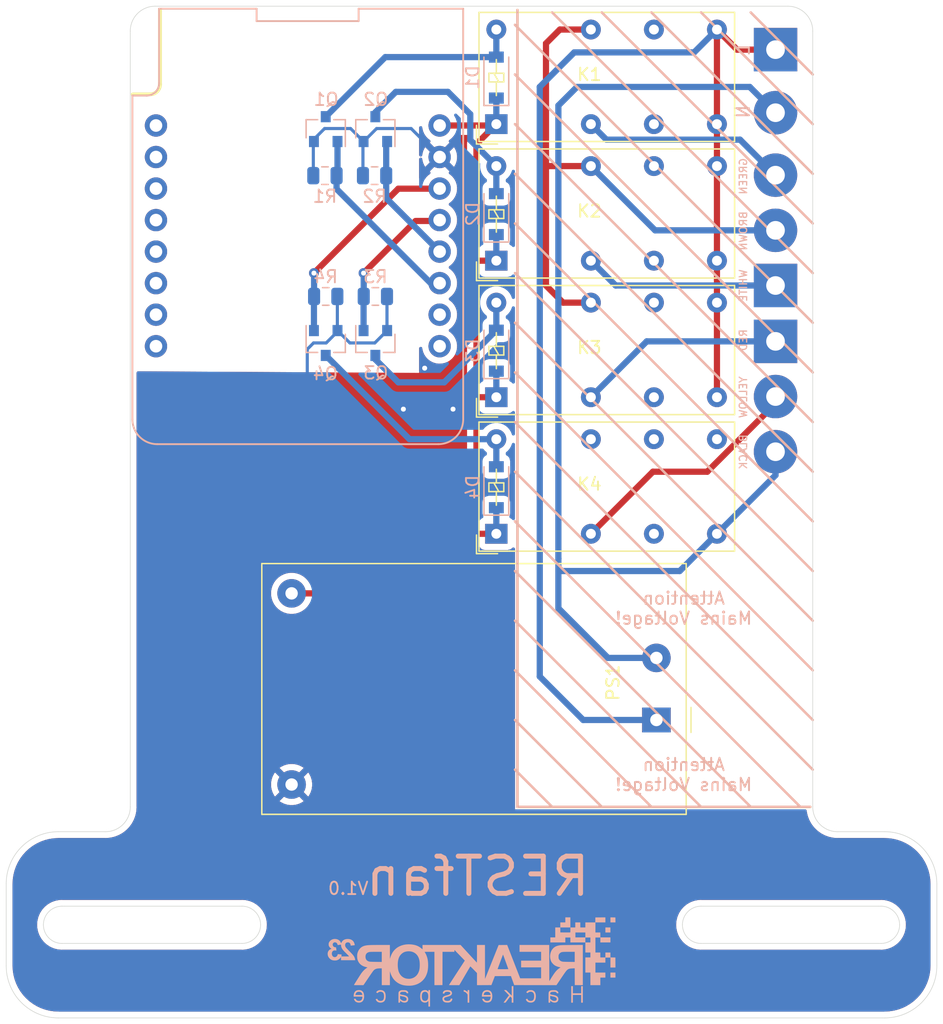
<source format=kicad_pcb>
(kicad_pcb (version 20210623) (generator pcbnew)
  (layers (0 "F.Cu" signal) (31 "B.Cu" signal) (34 "B.Paste" user) (35 "F.Paste" user) (36 "B.SilkS" user "B.Silkscreen") (37 "F.SilkS" user "F.Silkscreen") (38 "B.Mask" user) (39 "F.Mask" user) (44 "Edge.Cuts" user))
  (net 0 "")
  (net 1 "Net-(D1-Pad2)")
  (net 2 "+5V")
  (net 3 "Net-(D2-Pad2)")
  (net 4 "Net-(D3-Pad2)")
  (net 5 "Net-(D4-Pad2)")
  (net 6 "LINE")
  (net 7 "GREEN")
  (net 8 "BROWN")
  (net 9 "WHITE")
  (net 10 "RED")
  (net 11 "BLACK")
  (net 12 "YELLOW")
  (net 13 "GND")
  (net 14 "L")
  (net 15 "M")
  (net 16 "H")
  (net 17 "O")
  (footprint "Relay_THT:Relay_DPDT_Finder_30.22" (layer "F.Cu") (at 79.5 71)
    (fp_text reference "K4" (at 7.5 -4) (layer "F.SilkS"))
    (fp_text value "FINDER-30.22")
    (pad "11" thru_hole circle locked (at 7.62 0 90) (size 1.6 1.6) (drill 0.8) (layers *.Cu *.Mask) (net 12 "YELLOW"))
    (pad "12" thru_hole circle locked (at 12.7 0 90) (size 1.6 1.6) (drill 0.8) (layers *.Cu *.Mask))
    (pad "14" thru_hole circle locked (at 17.78 0 90) (size 1.6 1.6) (drill 0.8) (layers *.Cu *.Mask) (net 11 "BLACK"))
    (pad "21" thru_hole circle locked (at 7.62 -7.62 90) (size 1.6 1.6) (drill 0.8) (layers *.Cu *.Mask))
    (pad "22" thru_hole circle locked (at 12.7 -7.62 90) (size 1.6 1.6) (drill 0.8) (layers *.Cu *.Mask))
    (pad "24" thru_hole circle locked (at 17.78 -7.62 180) (size 1.6 1.6) (drill 0.8) (layers *.Cu *.Mask))
    (pad "A1" thru_hole rect locked (at 0 0 90) (size 1.6 1.8) (drill 0.8) (layers *.Cu *.Mask) (net 2 "+5V"))
    (pad "A2" thru_hole circle locked (at 0 -7.62 90) (size 1.6 1.6) (drill 0.8) (layers *.Cu *.Mask) (net 5 "Net-(D4-Pad2)"))
  )
  (footprint "Relay_THT:Relay_DPDT_Finder_30.22" (layer "F.Cu") (at 79.5 60)
    (fp_text reference "K3" (at 7.5 -4) (layer "F.SilkS"))
    (fp_text value "FINDER-30.22")
    (pad "11" thru_hole circle locked (at 7.62 0 90) (size 1.6 1.6) (drill 0.8) (layers *.Cu *.Mask) (net 10 "RED"))
    (pad "12" thru_hole circle locked (at 12.7 0 90) (size 1.6 1.6) (drill 0.8) (layers *.Cu *.Mask))
    (pad "14" thru_hole circle locked (at 17.78 0 90) (size 1.6 1.6) (drill 0.8) (layers *.Cu *.Mask) (net 6 "LINE"))
    (pad "21" thru_hole circle locked (at 7.62 -7.62 90) (size 1.6 1.6) (drill 0.8) (layers *.Cu *.Mask) (net 8 "BROWN"))
    (pad "22" thru_hole circle locked (at 12.7 -7.62 90) (size 1.6 1.6) (drill 0.8) (layers *.Cu *.Mask))
    (pad "24" thru_hole circle locked (at 17.78 -7.62 180) (size 1.6 1.6) (drill 0.8) (layers *.Cu *.Mask) (net 6 "LINE"))
    (pad "A1" thru_hole rect locked (at 0 0 90) (size 1.6 1.8) (drill 0.8) (layers *.Cu *.Mask) (net 2 "+5V"))
    (pad "A2" thru_hole circle locked (at 0 -7.62 90) (size 1.6 1.6) (drill 0.8) (layers *.Cu *.Mask) (net 4 "Net-(D3-Pad2)"))
  )
  (footprint "Connector_Wire:SolderWirePad_1x03_P4.445mm_Drill1.5mm" (layer "F.Cu") (at 102 55.5 -90)
    (fp_text reference "J3" hide)
    (fp_text value "Conn_01x03_Male" hide)
    (pad "1" thru_hole rect locked (at 0 0 270) (size 3.50012 3.50012) (drill 1.50114) (layers *.Cu *.Mask) (net 10 "RED"))
    (pad "2" thru_hole circle locked (at 4.445 0 270) (size 3.50012 3.50012) (drill 1.50114) (layers *.Cu *.Mask) (net 12 "YELLOW"))
    (pad "3" thru_hole circle locked (at 8.89 0 270) (size 3.50012 3.50012) (drill 1.50114) (layers *.Cu *.Mask) (net 11 "BLACK"))
  )
  (footprint "Relay_THT:Relay_DPDT_Finder_30.22" (layer "F.Cu") (at 79.5 49)
    (fp_text reference "K2" (at 7.5 -4) (layer "F.SilkS"))
    (fp_text value "FINDER-30.22")
    (pad "11" thru_hole circle locked (at 7.62 0 90) (size 1.6 1.6) (drill 0.8) (layers *.Cu *.Mask) (net 9 "WHITE"))
    (pad "12" thru_hole circle locked (at 12.7 0 90) (size 1.6 1.6) (drill 0.8) (layers *.Cu *.Mask))
    (pad "14" thru_hole circle locked (at 17.78 0 90) (size 1.6 1.6) (drill 0.8) (layers *.Cu *.Mask) (net 6 "LINE"))
    (pad "21" thru_hole circle locked (at 7.62 -7.62 90) (size 1.6 1.6) (drill 0.8) (layers *.Cu *.Mask) (net 8 "BROWN"))
    (pad "22" thru_hole circle locked (at 12.7 -7.62 90) (size 1.6 1.6) (drill 0.8) (layers *.Cu *.Mask))
    (pad "24" thru_hole circle locked (at 17.78 -7.62 180) (size 1.6 1.6) (drill 0.8) (layers *.Cu *.Mask) (net 6 "LINE"))
    (pad "A1" thru_hole rect locked (at 0 0 90) (size 1.6 1.8) (drill 0.8) (layers *.Cu *.Mask) (net 2 "+5V"))
    (pad "A2" thru_hole circle locked (at 0 -7.62 90) (size 1.6 1.6) (drill 0.8) (layers *.Cu *.Mask) (net 3 "Net-(D2-Pad2)"))
  )
  (footprint "Relay_THT:Relay_DPDT_Finder_30.22" (layer "F.Cu") (at 79.5 38)
    (fp_text reference "K1" (at 7.5 -4) (layer "F.SilkS"))
    (fp_text value "FINDER-30.22")
    (pad "11" thru_hole circle locked (at 7.62 0 90) (size 1.6 1.6) (drill 0.8) (layers *.Cu *.Mask) (net 7 "GREEN"))
    (pad "12" thru_hole circle locked (at 12.7 0 90) (size 1.6 1.6) (drill 0.8) (layers *.Cu *.Mask))
    (pad "14" thru_hole circle locked (at 17.78 0 90) (size 1.6 1.6) (drill 0.8) (layers *.Cu *.Mask) (net 6 "LINE"))
    (pad "21" thru_hole circle locked (at 7.62 -7.62 90) (size 1.6 1.6) (drill 0.8) (layers *.Cu *.Mask) (net 8 "BROWN"))
    (pad "22" thru_hole circle locked (at 12.7 -7.62 90) (size 1.6 1.6) (drill 0.8) (layers *.Cu *.Mask))
    (pad "24" thru_hole circle locked (at 17.78 -7.62 180) (size 1.6 1.6) (drill 0.8) (layers *.Cu *.Mask) (net 6 "LINE"))
    (pad "A1" thru_hole rect locked (at 0 0 90) (size 1.6 1.8) (drill 0.8) (layers *.Cu *.Mask) (net 2 "+5V"))
    (pad "A2" thru_hole circle locked (at 0 -7.62 90) (size 1.6 1.6) (drill 0.8) (layers *.Cu *.Mask) (net 1 "Net-(D1-Pad2)"))
  )
  (footprint "Converter_ACDC:Converter_ACDC_HiLink_HLK-PMxx" (layer "F.Cu") (at 92.4 86 180)
    (fp_text reference "PS1" (at 3.5 3 90) (layer "F.SilkS"))
    (fp_text value "HLK-PM03")
    (pad "1" thru_hole rect locked (at 0 0 180) (size 2.3 2) (drill 1) (layers *.Cu *.Mask) (net 6 "LINE"))
    (pad "2" thru_hole circle locked (at 0 5 180) (size 2.3 2.3) (drill 1) (layers *.Cu *.Mask) (net 11 "BLACK"))
    (pad "3" thru_hole circle locked (at 29.4 -5.2 180) (size 2.3 2.3) (drill 1) (layers *.Cu *.Mask) (net 13 "GND"))
    (pad "4" thru_hole circle locked (at 29.4 10.2 180) (size 2.3 2.3) (drill 1) (layers *.Cu *.Mask) (net 2 "+5V"))
  )
  (footprint "Connector_Wire:SolderWirePad_1x02_P5.08mm_Drill1.5mm" (layer "F.Cu") (at 102 32 -90)
    (fp_text reference "J1" hide)
    (fp_text value "Conn_01x02_Male" hide)
    (pad "1" thru_hole rect locked (at 0 0 270) (size 3.50012 3.50012) (drill 1.50114) (layers *.Cu *.Mask) (net 6 "LINE"))
    (pad "2" thru_hole circle locked (at 5.08 0 270) (size 3.50012 3.50012) (drill 1.50114) (layers *.Cu *.Mask) (net 11 "BLACK"))
  )
  (footprint "Connector_Wire:SolderWirePad_1x03_P4.445mm_Drill1.5mm" (layer "F.Cu") (at 102 51 90)
    (fp_text reference "J2" hide)
    (fp_text value "Conn_01x03_Male" hide)
    (pad "1" thru_hole rect locked (at 0 0 90) (size 3.50012 3.50012) (drill 1.50114) (layers *.Cu *.Mask) (net 9 "WHITE"))
    (pad "2" thru_hole circle locked (at 4.445 0 90) (size 3.50012 3.50012) (drill 1.50114) (layers *.Cu *.Mask) (net 8 "BROWN"))
    (pad "3" thru_hole circle locked (at 8.89 0 90) (size 3.50012 3.50012) (drill 1.50114) (layers *.Cu *.Mask) (net 7 "GREEN"))
  )
  (footprint "Diode_SMD:D_SOD-123" (layer "B.Cu") (at 79.5 34.25 90)
    (fp_text reference "D1" (at 0.0035 -1.903 90) (layer "B.SilkS") (effects (justify mirror)))
    (fp_text value "1N4148W")
    (pad "1" smd rect locked (at -1.65 0 90) (size 0.9 1.2) (layers "B.Cu" "B.Paste" "B.Mask") (net 2 "+5V"))
    (pad "2" smd rect locked (at 1.65 0 90) (size 0.9 1.2) (layers "B.Cu" "B.Paste" "B.Mask") (net 1 "Net-(D1-Pad2)"))
  )
  (footprint "bouni:Reaktor23_8mm" (layer "B.Cu") (at 77.5 105.5 180)
    (fp_text reference "U2" hide)
    (fp_text value "ReaktorLogo" hide)
  )
  (footprint "Package_TO_SOT_SMD:SOT-23" (layer "B.Cu") (at 65.75 55.63125 -90)
    (fp_text reference "Q4" (at 2.47125 0.0275 180) (layer "B.SilkS") (effects (justify mirror)))
    (fp_text value "BSS138")
    (pad "1" smd rect locked (at -1 0.95 270) (size 0.9 0.8) (layers "B.Cu" "B.Paste" "B.Mask") (net 17 "O"))
    (pad "2" smd rect locked (at -1 -0.95 270) (size 0.9 0.8) (layers "B.Cu" "B.Paste" "B.Mask") (net 13 "GND"))
    (pad "3" smd rect locked (at 1 0 270) (size 0.9 0.8) (layers "B.Cu" "B.Paste" "B.Mask") (net 5 "Net-(D4-Pad2)"))
  )
  (footprint "Diode_SMD:D_SOD-123" (layer "B.Cu") (at 79.5 67.25 90)
    (fp_text reference "D4" (at 0.0035 -1.903 90) (layer "B.SilkS") (effects (justify mirror)))
    (fp_text value "1N4148W")
    (pad "1" smd rect locked (at -1.65 0 90) (size 0.9 1.2) (layers "B.Cu" "B.Paste" "B.Mask") (net 2 "+5V"))
    (pad "2" smd rect locked (at 1.65 0 90) (size 0.9 1.2) (layers "B.Cu" "B.Paste" "B.Mask") (net 5 "Net-(D4-Pad2)"))
  )
  (footprint "bouni:wemos-d1-mini-with-pin-header" (layer "B.Cu") (at 63.5 47 -90)
    (fp_text reference "U1" hide)
    (fp_text value "WeMos_D1_mini")
    (pad "1" thru_hole circle locked (at 8.89 11.43 270) (size 1.8 1.8) (drill 1.016) (layers *.Cu *.Mask))
    (pad "2" thru_hole circle locked (at 6.35 11.43 270) (size 1.8 1.8) (drill 1.016) (layers *.Cu *.Mask))
    (pad "3" thru_hole circle locked (at 3.81 11.43 270) (size 1.8 1.8) (drill 1.016) (layers *.Cu *.Mask))
    (pad "4" thru_hole circle locked (at 1.27 11.43 270) (size 1.8 1.8) (drill 1.016) (layers *.Cu *.Mask))
    (pad "5" thru_hole circle locked (at -1.27 11.43 270) (size 1.8 1.8) (drill 1.016) (layers *.Cu *.Mask))
    (pad "6" thru_hole circle locked (at -3.81 11.43 270) (size 1.8 1.8) (drill 1.016) (layers *.Cu *.Mask))
    (pad "7" thru_hole circle locked (at -6.35 11.43 270) (size 1.8 1.8) (drill 1.016) (layers *.Cu *.Mask))
    (pad "8" thru_hole circle locked (at -8.89 11.43 270) (size 1.8 1.8) (drill 1.016) (layers *.Cu *.Mask))
    (pad "9" thru_hole circle locked (at -8.89 -11.43 270) (size 1.8 1.8) (drill 1.016) (layers *.Cu *.Mask) (net 2 "+5V"))
    (pad "10" thru_hole circle locked (at -6.35 -11.43 270) (size 1.8 1.8) (drill 1.016) (layers *.Cu *.Mask) (net 13 "GND"))
    (pad "11" thru_hole circle locked (at -3.81 -11.43 270) (size 1.8 1.8) (drill 1.016) (layers *.Cu *.Mask) (net 17 "O"))
    (pad "12" thru_hole circle locked (at -1.27 -11.43 270) (size 1.8 1.8) (drill 1.016) (layers *.Cu *.Mask) (net 16 "H"))
    (pad "13" thru_hole circle locked (at 1.27 -11.43 270) (size 1.8 1.8) (drill 1.016) (layers *.Cu *.Mask) (net 15 "M"))
    (pad "14" thru_hole circle locked (at 3.81 -11.43 270) (size 1.8 1.8) (drill 1.016) (layers *.Cu *.Mask) (net 14 "L"))
    (pad "15" thru_hole circle locked (at 6.35 -11.43 270) (size 1.8 1.8) (drill 1.016) (layers *.Cu *.Mask))
    (pad "16" thru_hole circle locked (at 8.89 -11.43 270) (size 1.8 1.8) (drill 1.016) (layers *.Cu *.Mask))
  )
  (footprint "Diode_SMD:D_SOD-123" (layer "B.Cu") (at 79.5 56.25 90)
    (fp_text reference "D3" (at 0.0035 -1.903 90) (layer "B.SilkS") (effects (justify mirror)))
    (fp_text value "1N4148W")
    (pad "1" smd rect locked (at -1.65 0 90) (size 0.9 1.2) (layers "B.Cu" "B.Paste" "B.Mask") (net 2 "+5V"))
    (pad "2" smd rect locked (at 1.65 0 90) (size 0.9 1.2) (layers "B.Cu" "B.Paste" "B.Mask") (net 4 "Net-(D3-Pad2)"))
  )
  (footprint "Resistor_SMD:R_0805_2012Metric" (layer "B.Cu") (at 65.75 51.88125)
    (fp_text reference "R4" (at 0 -1.58925) (layer "B.SilkS") (effects (justify mirror)))
    (fp_text value "R")
    (pad "1" smd roundrect locked (at -0.9375 0) (size 0.975 1.4) (layers "B.Cu" "B.Paste" "B.Mask") (net 17 "O"))
    (pad "2" smd roundrect locked (at 0.9375 0) (size 0.975 1.4) (layers "B.Cu" "B.Paste" "B.Mask") (net 13 "GND"))
  )
  (footprint "Package_TO_SOT_SMD:SOT-23" (layer "B.Cu") (at 65.75 38.4 90)
    (fp_text reference "Q1" (at 2.3955 0.036 180) (layer "B.SilkS") (effects (justify mirror)))
    (fp_text value "BSS138")
    (pad "1" smd rect locked (at -1 0.95 90) (size 0.9 0.8) (layers "B.Cu" "B.Paste" "B.Mask") (net 14 "L"))
    (pad "2" smd rect locked (at -1 -0.95 90) (size 0.9 0.8) (layers "B.Cu" "B.Paste" "B.Mask") (net 13 "GND"))
    (pad "3" smd rect locked (at 1 0 90) (size 0.9 0.8) (layers "B.Cu" "B.Paste" "B.Mask") (net 1 "Net-(D1-Pad2)"))
  )
  (footprint "Package_TO_SOT_SMD:SOT-23" (layer "B.Cu") (at 69.75 38.4 90)
    (fp_text reference "Q2" (at 2.3955 0.0365 180) (layer "B.SilkS") (effects (justify mirror)))
    (fp_text value "BSS138")
    (pad "1" smd rect locked (at -1 0.95 90) (size 0.9 0.8) (layers "B.Cu" "B.Paste" "B.Mask") (net 15 "M"))
    (pad "2" smd rect locked (at -1 -0.95 90) (size 0.9 0.8) (layers "B.Cu" "B.Paste" "B.Mask") (net 13 "GND"))
    (pad "3" smd rect locked (at 1 0 90) (size 0.9 0.8) (layers "B.Cu" "B.Paste" "B.Mask") (net 3 "Net-(D2-Pad2)"))
  )
  (footprint "Resistor_SMD:R_0805_2012Metric" (layer "B.Cu") (at 69.75 51.88125)
    (fp_text reference "R3" (at 0 -1.58925) (layer "B.SilkS") (effects (justify mirror)))
    (fp_text value "R")
    (pad "1" smd roundrect locked (at -0.9375 0) (size 0.975 1.4) (layers "B.Cu" "B.Paste" "B.Mask") (net 16 "H"))
    (pad "2" smd roundrect locked (at 0.9375 0) (size 0.975 1.4) (layers "B.Cu" "B.Paste" "B.Mask") (net 13 "GND"))
  )
  (footprint "Diode_SMD:D_SOD-123" (layer "B.Cu") (at 79.5 45.25 90)
    (fp_text reference "D2" (at 0.0035 -1.903 90) (layer "B.SilkS") (effects (justify mirror)))
    (fp_text value "1N4148W")
    (pad "1" smd rect locked (at -1.65 0 90) (size 0.9 1.2) (layers "B.Cu" "B.Paste" "B.Mask") (net 2 "+5V"))
    (pad "2" smd rect locked (at 1.65 0 90) (size 0.9 1.2) (layers "B.Cu" "B.Paste" "B.Mask") (net 3 "Net-(D2-Pad2)"))
  )
  (footprint "Resistor_SMD:R_0805_2012Metric" (layer "B.Cu") (at 69.6875 42.15 180)
    (fp_text reference "R2" (at 0 -1.665) (layer "B.SilkS") (effects (justify mirror)))
    (fp_text value "R")
    (pad "1" smd roundrect locked (at -0.9375 0 180) (size 0.975 1.4) (layers "B.Cu" "B.Paste" "B.Mask") (net 15 "M"))
    (pad "2" smd roundrect locked (at 0.9375 0 180) (size 0.975 1.4) (layers "B.Cu" "B.Paste" "B.Mask") (net 13 "GND"))
  )
  (footprint "Resistor_SMD:R_0805_2012Metric" (layer "B.Cu") (at 65.6875 42.15 180)
    (fp_text reference "R1" (at 0 -1.665) (layer "B.SilkS") (effects (justify mirror)))
    (fp_text value "R")
    (pad "1" smd roundrect locked (at -0.9375 0 180) (size 0.975 1.4) (layers "B.Cu" "B.Paste" "B.Mask") (net 14 "L"))
    (pad "2" smd roundrect locked (at 0.9375 0 180) (size 0.975 1.4) (layers "B.Cu" "B.Paste" "B.Mask") (net 13 "GND"))
  )
  (footprint "Package_TO_SOT_SMD:SOT-23" (layer "B.Cu") (at 69.75 55.63125 -90)
    (fp_text reference "Q3" (at 2.40775 -0.0365 180) (layer "B.SilkS") (effects (justify mirror)))
    (fp_text value "BSS138")
    (pad "1" smd rect locked (at -1 0.95 270) (size 0.9 0.8) (layers "B.Cu" "B.Paste" "B.Mask") (net 16 "H"))
    (pad "2" smd rect locked (at -1 -0.95 270) (size 0.9 0.8) (layers "B.Cu" "B.Paste" "B.Mask") (net 13 "GND"))
    (pad "3" smd rect locked (at 1 0 270) (size 0.9 0.8) (layers "B.Cu" "B.Paste" "B.Mask") (net 4 "Net-(D3-Pad2)"))
  )
  (gr_line (start 81 30) (end 105 54) (layer "B.SilkS") (width 0.2))
  (gr_line (start 105 66) (end 81 42) (layer "B.SilkS") (width 0.2))
  (gr_line (start 104 93) (end 81 70) (layer "B.SilkS") (width 0.2))
  (gr_line (start 105 78) (end 81 54) (layer "B.SilkS") (width 0.2))
  (gr_line (start 105 90) (end 81 66) (layer "B.SilkS") (width 0.2))
  (gr_line (start 100 29) (end 105 34) (layer "B.SilkS") (width 0.2))
  (gr_line (start 96 29) (end 105 38) (layer "B.SilkS") (width 0.2))
  (gr_line (start 92 93) (end 81 82) (layer "B.SilkS") (width 0.2))
  (gr_line (start 105 62) (end 81 38) (layer "B.SilkS") (width 0.2))
  (gr_line (start 92 29) (end 105 42) (layer "B.SilkS") (width 0.2))
  (gr_line (start 104.8 93) (end 81.2 93) (layer "B.SilkS") (width 0.2))
  (gr_line (start 100 93) (end 81 74) (layer "B.SilkS") (width 0.2))
  (gr_line (start 105 86) (end 81 62) (layer "B.SilkS") (width 0.2))
  (gr_line (start 81.2 93) (end 81.2 28.8) (layer "B.SilkS") (width 0.2))
  (gr_line (start 81 34) (end 105 58) (layer "B.SilkS") (width 0.2))
  (gr_line (start 105 82) (end 81 58) (layer "B.SilkS") (width 0.2))
  (gr_line (start 105 74) (end 81 50) (layer "B.SilkS") (width 0.2))
  (gr_line (start 88 93) (end 81 86) (layer "B.SilkS") (width 0.2))
  (gr_line (start 84 29) (end 105 50) (layer "B.SilkS") (width 0.2))
  (gr_line (start 105 70) (end 81 46) (layer "B.SilkS") (width 0.2))
  (gr_line (start 96 93) (end 81 78) (layer "B.SilkS") (width 0.2))
  (gr_line (start 84 93) (end 81 90) (layer "B.SilkS") (width 0.2))
  (gr_line (start 88 29) (end 105 46) (layer "B.SilkS") (width 0.2))
  (gr_arc (start 51.6 34.8) (end 51.6 35.6) (angle -90) (layer "F.SilkS") (width 0.3))
  (gr_line (start 104.8 93) (end 81.2 93) (layer "F.SilkS") (width 0.2))
  (gr_line (start 50.2 35.6) (end 51.6 35.6) (layer "F.SilkS") (width 0.3))
  (gr_line (start 81.2 93) (end 81.2 28.8) (layer "F.SilkS") (width 0.2))
  (gr_line (start 52.4 28.8) (end 52.4 34.8) (layer "F.SilkS") (width 0.3))
  (gr_arc (start 44.5 102.5) (end 43 102.5) (angle -90) (layer "Edge.Cuts") (width 0.05))
  (gr_line (start 105 30.5) (end 105 93) (layer "Edge.Cuts") (width 0.05))
  (gr_arc (start 52 30.5) (end 52 28.5) (angle -90) (layer "Edge.Cuts") (width 0.05))
  (gr_line (start 52 28.5) (end 103 28.5) (layer "Edge.Cuts") (width 0.05))
  (gr_arc (start 44.5 102.5) (end 44.5 101) (angle -90) (layer "Edge.Cuts") (width 0.05))
  (gr_line (start 110.5 104) (end 96 104) (layer "Edge.Cuts") (width 0.05))
  (gr_line (start 115 99.2) (end 115 105.8) (layer "Edge.Cuts") (width 0.05))
  (gr_arc (start 96 102.5) (end 94.5 102.5) (angle -90) (layer "Edge.Cuts") (width 0.05))
  (gr_arc (start 110.5 102.5) (end 110.5 104) (angle -90) (layer "Edge.Cuts") (width 0.05))
  (gr_arc (start 110.8 105.8) (end 110.8 110) (angle -90) (layer "Edge.Cuts") (width 0.05))
  (gr_line (start 40 99.2) (end 40 105.8) (layer "Edge.Cuts") (width 0.05))
  (gr_arc (start 44.2 99.2) (end 44.2 95) (angle -90) (layer "Edge.Cuts") (width 0.05))
  (gr_arc (start 59 102.5) (end 59 104) (angle -90) (layer "Edge.Cuts") (width 0.05))
  (gr_line (start 50 30.5) (end 50 93) (layer "Edge.Cuts") (width 0.05))
  (gr_line (start 48 95) (end 44.2 95) (layer "Edge.Cuts") (width 0.05))
  (gr_line (start 44.5 101) (end 59 101) (layer "Edge.Cuts") (width 0.05))
  (gr_arc (start 103 30.5) (end 105 30.5) (angle -90) (layer "Edge.Cuts") (width 0.05))
  (gr_arc (start 96 102.5) (end 96 101) (angle -90) (layer "Edge.Cuts") (width 0.05))
  (gr_arc (start 110.8 99.2) (end 115 99.2) (angle -90) (layer "Edge.Cuts") (width 0.05))
  (gr_line (start 96 101) (end 110.5 101) (layer "Edge.Cuts") (width 0.05))
  (gr_arc (start 59 102.5) (end 60.5 102.5) (angle -90) (layer "Edge.Cuts") (width 0.05))
  (gr_arc (start 110.5 102.5) (end 112 102.5) (angle -90) (layer "Edge.Cuts") (width 0.05))
  (gr_arc (start 107 93) (end 105 93) (angle -90) (layer "Edge.Cuts") (width 0.05))
  (gr_line (start 44.2 110) (end 110.8 110) (layer "Edge.Cuts") (width 0.05))
  (gr_line (start 59 104) (end 44.5 104) (layer "Edge.Cuts") (width 0.05))
  (gr_arc (start 44.2 105.8) (end 40 105.8) (angle -90) (layer "Edge.Cuts") (width 0.05))
  (gr_line (start 107 95) (end 110.8 95) (layer "Edge.Cuts") (width 0.05))
  (gr_arc (start 48 93) (end 48 95) (angle -90) (layer "Edge.Cuts") (width 0.05))
  (gr_text "N\n" (at 99.4 37 90) (layer "B.SilkS") (effects (font (size 1 1)) (justify mirror)))
  (gr_text "YELLOW" (at 99.4 60 90) (layer "B.SilkS") (effects (font (size 0.6 0.6) (thickness 0.1)) (justify mirror)))
  (gr_text "WHITE" (at 99.4 51 90) (layer "B.SilkS") (effects (font (size 0.6 0.6) (thickness 0.1)) (justify mirror)))
  (gr_text "Attention\nMains Voltage!" (at 94.6 90.4) (layer "B.SilkS") (effects (font (size 1 1)) (justify mirror)))
  (gr_text "RESTfan" (at 78 98.6) (layer "B.SilkS") (effects (font (size 3 3) (thickness 0.4)) (justify mirror)))
  (gr_text "BROWN" (at 99.4 46.6 90) (layer "B.SilkS") (effects (font (size 0.6 0.6) (thickness 0.1)) (justify mirror)))
  (gr_text "GREEN" (at 99.4 42.2 90) (layer "B.SilkS") (effects (font (size 0.6 0.6) (thickness 0.1)) (justify mirror)))
  (gr_text "L" (at 99.4 32 90) (layer "B.SilkS") (effects (font (size 1 1)) (justify mirror)))
  (gr_text "RED" (at 99.4 55.4 90) (layer "B.SilkS") (effects (font (size 0.6 0.6) (thickness 0.1)) (justify mirror)))
  (gr_text "V1.0" (at 67.564 99.568) (layer "B.SilkS") (effects (font (size 1 1)) (justify mirror)))
  (gr_text "Attention\nMains Voltage!" (at 94.6 77) (layer "B.SilkS") (effects (font (size 1 1)) (justify mirror)))
  (gr_text "BLACK" (at 99.4 64.4 90) (layer "B.SilkS") (effects (font (size 0.6 0.6) (thickness 0.1)) (justify mirror)))
  (segment (start 70.55 32.6) (end 79.5 32.6) (width 0.5) (layer "B.Cu") (net 1))
  (segment (start 65.75 37.4) (end 70.55 32.6) (width 0.5) (layer "B.Cu") (net 1))
  (segment (start 79.5 30.38) (end 79.5 32.6) (width 0.5) (layer "B.Cu") (net 1))
  (segment (start 77.9 71) (end 77.9 60.1) (width 0.5) (layer "F.Cu") (net 2))
  (segment (start 77.9 49.15) (end 77.9 39.6) (width 0.5) (layer "F.Cu") (net 2))
  (segment (start 77.9 39.6) (end 79.5 38) (width 0.5) (layer "F.Cu") (net 2))
  (segment (start 74.93 38.11) (end 79.39 38.11) (width 0.5) (layer "F.Cu") (net 2))
  (segment (start 79.5 60) (end 78 60) (width 0.5) (layer "F.Cu") (net 2))
  (segment (start 77.9 60.1) (end 77.9 49.15) (width 0.5) (layer "F.Cu") (net 2))
  (segment (start 77.9 71) (end 79.5 71) (width 0.5) (layer "F.Cu") (net 2))
  (segment (start 78.05 49) (end 77.9 49.15) (width 0.5) (layer "F.Cu") (net 2))
  (segment (start 73.1 75.8) (end 77.9 71) (width 0.5) (layer "F.Cu") (net 2))
  (segment (start 78 60) (end 77.9 60.1) (width 0.5) (layer "F.Cu") (net 2))
  (segment (start 79.39 38.11) (end 79.5 38) (width 0.5) (layer "F.Cu") (net 2))
  (segment (start 79.5 49) (end 78.05 49) (width 0.5) (layer "F.Cu") (net 2))
  (segment (start 63 75.8) (end 73.1 75.8) (width 0.5) (layer "F.Cu") (net 2))
  (segment (start 79.5 49) (end 79.5 46.9) (width 0.5) (layer "B.Cu") (net 2))
  (segment (start 79.5 60) (end 79.5 57.9) (width 0.5) (layer "B.Cu") (net 2))
  (segment (start 79.5 71) (end 79.5 68.9) (width 0.5) (layer "B.Cu") (net 2))
  (segment (start 79.5 38) (end 79.5 35.9) (width 0.5) (layer "B.Cu") (net 2))
  (segment (start 75.6 35.4) (end 77.4 37.2) (width 0.5) (layer "B.Cu") (net 3))
  (segment (start 77.4 37.2) (end 77.4 39.28) (width 0.5) (layer "B.Cu") (net 3))
  (segment (start 69.75 37.4) (end 69.75 37.05) (width 0.5) (layer "B.Cu") (net 3))
  (segment (start 71.4 35.4) (end 75.6 35.4) (width 0.5) (layer "B.Cu") (net 3))
  (segment (start 79.5 41.38) (end 79.5 43.6) (width 0.5) (layer "B.Cu") (net 3))
  (segment (start 77.4 39.28) (end 79.5 41.38) (width 0.5) (layer "B.Cu") (net 3))
  (segment (start 69.75 37.05) (end 71.4 35.4) (width 0.5) (layer "B.Cu") (net 3))
  (segment (start 71.6 58.8) (end 75.3 58.8) (width 0.5) (layer "B.Cu") (net 4))
  (segment (start 79.5 54.6) (end 79.5 52.38) (width 0.5) (layer "B.Cu") (net 4))
  (segment (start 69.75 56.95) (end 71.6 58.8) (width 0.5) (layer "B.Cu") (net 4))
  (segment (start 75.3 58.8) (end 79.5 54.6) (width 0.5) (layer "B.Cu") (net 4))
  (segment (start 69.75 56.63125) (end 69.75 56.95) (width 0.5) (layer "B.Cu") (net 4))
  (segment (start 65.75 56.63125) (end 72.49875 63.38) (width 0.5) (layer "B.Cu") (net 5))
  (segment (start 72.49875 63.38) (end 79.5 63.38) (width 0.5) (layer "B.Cu") (net 5))
  (segment (start 79.5 65.6) (end 79.5 63.38) (width 0.5) (layer "B.Cu") (net 5))
  (segment (start 97.28 30.38) (end 97.28 38) (width 0.5) (layer "F.Cu") (net 6))
  (segment (start 97.28 38) (end 97.28 41.38) (width 0.5) (layer "F.Cu") (net 6))
  (segment (start 102 32) (end 98.9 32) (width 0.5) (layer "F.Cu") (net 6))
  (segment (start 97.28 41.38) (end 97.28 49) (width 0.5) (layer "F.Cu") (net 6))
  (segment (start 98.9 32) (end 97.28 30.38) (width 0.5) (layer "F.Cu") (net 6))
  (segment (start 97.28 49) (end 97.28 52.38) (width 0.5) (layer "F.Cu") (net 6))
  (segment (start 97.28 52.38) (end 97.28 60) (width 0.5) (layer "F.Cu") (net 6))
  (segment (start 83 35) (end 83 82.5) (width 0.5) (layer "B.Cu") (net 6))
  (segment (start 83 82.5) (end 86.5 86) (width 0.5) (layer "B.Cu") (net 6))
  (segment (start 97.28 30.38) (end 95.44 32.22) (width 0.5) (layer "B.Cu") (net 6))
  (segment (start 85.78 32.22) (end 83 35) (width 0.5) (layer "B.Cu") (net 6))
  (segment (start 86.5 86) (end 92.4 86) (width 0.5) (layer "B.Cu") (net 6))
  (segment (start 95.44 32.22) (end 85.78 32.22) (width 0.5) (layer "B.Cu") (net 6))
  (segment (start 88.370001 39.250001) (end 99.140001 39.250001) (width 0.5) (layer "B.Cu") (net 7))
  (segment (start 87.12 38) (end 88.370001 39.250001) (width 0.5) (layer "B.Cu") (net 7))
  (segment (start 99.140001 39.250001) (end 102 42.11) (width 0.5) (layer "B.Cu") (net 7))
  (segment (start 84.62 30.38) (end 83.5 31.5) (width 0.5) (layer "F.Cu") (net 8))
  (segment (start 87.12 41.38) (end 83.62 41.38) (width 0.5) (layer "F.Cu") (net 8))
  (segment (start 83.62 41.38) (end 83.5 41.5) (width 0.5) (layer "F.Cu") (net 8))
  (segment (start 87.12 30.38) (end 84.62 30.38) (width 0.5) (layer "F.Cu") (net 8))
  (segment (start 83.5 31.5) (end 83.5 41.5) (width 0.5) (layer "F.Cu") (net 8))
  (segment (start 83.5 51) (end 84.88 52.38) (width 0.5) (layer "F.Cu") (net 8))
  (segment (start 84.88 52.38) (end 87.12 52.38) (width 0.5) (layer "F.Cu") (net 8))
  (segment (start 83.5 41.5) (end 83.5 51) (width 0.5) (layer "F.Cu") (net 8))
  (segment (start 87.12 41.38) (end 92.295 46.555) (width 0.5) (layer "B.Cu") (net 8))
  (segment (start 92.295 46.555) (end 102 46.555) (width 0.5) (layer "B.Cu") (net 8))
  (segment (start 89.12 51) (end 102 51) (width 0.5) (layer "B.Cu") (net 9))
  (segment (start 87.12 49) (end 89.12 51) (width 0.5) (layer "B.Cu") (net 9))
  (segment (start 91.62 55.5) (end 102 55.5) (width 0.5) (layer "B.Cu") (net 10))
  (segment (start 87.12 60) (end 91.62 55.5) (width 0.5) (layer "B.Cu") (net 10))
  (segment (start 97.28 71) (end 102 66.28) (width 0.5) (layer "B.Cu") (net 11))
  (segment (start 99.92 35) (end 86 35) (width 0.5) (layer "B.Cu") (net 11))
  (segment (start 86 35) (end 84.5 36.5) (width 0.5) (layer "B.Cu") (net 11))
  (segment (start 84.5 36.5) (end 84.5 73) (width 0.5) (layer "B.Cu") (net 11))
  (segment (start 102 66.28) (end 102 65.89) (width 0.5) (layer "B.Cu") (net 11))
  (segment (start 84.5 74) (end 94.28 74) (width 0.5) (layer "B.Cu") (net 11))
  (segment (start 84.5 73) (end 84.5 74) (width 0.5) (layer "B.Cu") (net 11))
  (segment (start 94.28 74) (end 97.28 71) (width 0.5) (layer "B.Cu") (net 11))
  (segment (start 84.5 74) (end 84.5 77) (width 0.5) (layer "B.Cu") (net 11))
  (segment (start 102 37.08) (end 99.92 35) (width 0.5) (layer "B.Cu") (net 11))
  (segment (start 84.5 77) (end 88.5 81) (width 0.5) (layer "B.Cu") (net 11))
  (segment (start 88.5 81) (end 92.4 81) (width 0.5) (layer "B.Cu") (net 11))
  (segment (start 102 60.5) (end 102 60) (width 0.5) (layer "F.Cu") (net 12))
  (segment (start 92.12 66) (end 96.5 66) (width 0.5) (layer "F.Cu") (net 12))
  (segment (start 87.12 71) (end 92.12 66) (width 0.5) (layer "F.Cu") (net 12))
  (segment (start 96.5 66) (end 102 60.5) (width 0.5) (layer "F.Cu") (net 12))
  (via (at 73.7235 57.658) (size 0.8) (drill 0.4) (layers "F.Cu" "B.Cu") (net 13))
  (via (at 72.009 60.96) (size 0.8) (drill 0.4) (layers "F.Cu" "B.Cu") (net 13))
  (via (at 76.0095 60.96) (size 0.8) (drill 0.4) (layers "F.Cu" "B.Cu") (net 13))
  (segment (start 68.75 39.45) (end 68.8 39.4) (width 0.25) (layer "B.Cu") (net 13))
  (segment (start 66.7 54.63125) (end 67.69475 55.626) (width 0.25) (layer "B.Cu") (net 13))
  (segment (start 65.659 38.354) (end 67.754 38.354) (width 0.25) (layer "B.Cu") (net 13))
  (segment (start 68.804 39.4) (end 69.85 38.354) (width 0.25) (layer "B.Cu") (net 13))
  (segment (start 64.8 39.213) (end 65.659 38.354) (width 0.25) (layer "B.Cu") (net 13))
  (segment (start 72.634 38.354) (end 74.93 40.65) (width 0.25) (layer "B.Cu") (net 13))
  (segment (start 69.70525 55.626) (end 70.7 54.63125) (width 0.25) (layer "B.Cu") (net 13))
  (segment (start 66.7 54.712) (end 65.786 55.626) (width 0.25) (layer "B.Cu") (net 13))
  (segment (start 67.69475 55.626) (end 69.70525 55.626) (width 0.25) (layer "B.Cu") (net 13))
  (segment (start 66.6875 54.61875) (end 66.7 54.63125) (width 0.25) (layer "B.Cu") (net 13))
  (segment (start 64.75 39.45) (end 64.8 39.4) (width 0.25) (layer "B.Cu") (net 13))
  (segment (start 70.6875 51.88125) (end 70.6875 54.61875) (width 0.25) (layer "B.Cu") (net 13))
  (segment (start 64.262 56.134) (end 64.262 58.42) (width 0.25) (layer "B.Cu") (net 13))
  (segment (start 70.6875 54.61875) (end 70.7 54.63125) (width 0.25) (layer "B.Cu") (net 13))
  (segment (start 67.754 38.354) (end 68.8 39.4) (width 0.25) (layer "B.Cu") (net 13))
  (segment (start 66.6875 51.88125) (end 66.6875 54.61875) (width 0.25) (layer "B.Cu") (net 13))
  (segment (start 65.786 55.626) (end 64.77 55.626) (width 0.25) (layer "B.Cu") (net 13))
  (segment (start 68.75 42.15) (end 68.75 39.45) (width 0.25) (layer "B.Cu") (net 13))
  (segment (start 69.85 38.354) (end 72.634 38.354) (width 0.25) (layer "B.Cu") (net 13))
  (segment (start 64.75 42.15) (end 64.75 39.45) (width 0.25) (layer "B.Cu") (net 13))
  (segment (start 66.7 54.63125) (end 66.7 54.712) (width 0.25) (layer "B.Cu") (net 13))
  (segment (start 64.77 55.626) (end 64.262 56.134) (width 0.25) (layer "B.Cu") (net 13))
  (segment (start 64.8 39.4) (end 64.8 39.213) (width 0.25) (layer "B.Cu") (net 13))
  (segment (start 68.8 39.4) (end 68.804 39.4) (width 0.25) (layer "B.Cu") (net 13))
  (segment (start 66.7 42.075) (end 66.625 42.15) (width 0.5) (layer "B.Cu") (net 14))
  (segment (start 66.7 39.4) (end 66.7 42.075) (width 0.5) (layer "B.Cu") (net 14))
  (segment (start 66.625 43.225) (end 74.21 50.81) (width 0.5) (layer "B.Cu") (net 14))
  (segment (start 66.625 42.15) (end 66.625 43.225) (width 0.5) (layer "B.Cu") (net 14))
  (segment (start 74.21 50.81) (end 74.93 50.81) (width 0.5) (layer "B.Cu") (net 14))
  (segment (start 70.625 42.15) (end 70.625 39.475) (width 0.5) (layer "B.Cu") (net 15))
  (segment (start 70.625 42.15) (end 70.625 43.965) (width 0.5) (layer "B.Cu") (net 15))
  (segment (start 70.625 39.475) (end 70.7 39.4) (width 0.5) (layer "B.Cu") (net 15))
  (segment (start 70.625 43.965) (end 74.93 48.27) (width 0.5) (layer "B.Cu") (net 15))
  (segment (start 73 45.8) (end 74.86 45.8) (width 0.5) (layer "F.Cu") (net 16))
  (segment (start 74.86 45.8) (end 74.93 45.73) (width 0.5) (layer "F.Cu") (net 16))
  (segment (start 68.8 50) (end 73 45.8) (width 0.5) (layer "F.Cu") (net 16))
  (via (at 68.8 50) (size 0.8) (drill 0.4) (layers "F.Cu" "B.Cu") (net 16))
  (segment (start 68.8125 50.0125) (end 68.8 50) (width 0.5) (layer "B.Cu") (net 16))
  (segment (start 68.8125 51.88125) (end 68.8125 50.0125) (width 0.5) (layer "B.Cu") (net 16))
  (segment (start 68.8 54.63125) (end 68.8 51.89375) (width 0.5) (layer "B.Cu") (net 16))
  (segment (start 68.8 51.89375) (end 68.8125 51.88125) (width 0.5) (layer "B.Cu") (net 16))
  (segment (start 64.8 50) (end 71.6 43.2) (width 0.5) (layer "F.Cu") (net 17))
  (segment (start 74.92 43.2) (end 74.93 43.19) (width 0.5) (layer "F.Cu") (net 17))
  (segment (start 71.6 43.2) (end 74.92 43.2) (width 0.5) (layer "F.Cu") (net 17))
  (via (at 64.8 50) (size 0.8) (drill 0.4) (layers "F.Cu" "B.Cu") (net 17))
  (segment (start 64.8 51.89375) (end 64.8125 51.88125) (width 0.5) (layer "B.Cu") (net 17))
  (segment (start 64.8125 50.0125) (end 64.8 50) (width 0.5) (layer "B.Cu") (net 17))
  (segment (start 64.8125 51.88125) (end 64.8125 50.0125) (width 0.5) (layer "B.Cu") (net 17))
  (segment (start 64.8 54.63125) (end 64.8 51.89375) (width 0.5) (layer "B.Cu") (net 17))
  (zone (net 0) (net_name "") (layers F&B.Cu) (connect_pads (clearance 0)) (min_thickness 0.254)
    (keepout (tracks allowed) (vias allowed) (pads allowed) (copperpour not_allowed) (footprints allowed))
    (fill (thermal_gap 0.508) (thermal_bridge_width 0.508))
    (polygon (pts (xy 73.279 58.039) (xy 50.038 57.912) (xy 50.038 28.448) (xy 73.279 28.448)))
  )
  (zone (net 13) (net_name "GND") (layer "F.Cu") (connect_pads (clearance 0.508)) (min_thickness 0.254) (fill yes (thermal_gap 0.508) (thermal_bridge_width 0.508))
    (polygon (pts (xy 115.5 110.5) (xy 39.5 110.5) (xy 39.5 28) (xy 115.5 28)))
  )
  (zone (net 0) (net_name "") (layers F&B.Cu) (connect_pads (clearance 0)) (min_thickness 0.254)
    (keepout (tracks not_allowed) (vias not_allowed) (pads not_allowed) (copperpour not_allowed) (footprints allowed))
    (fill (thermal_gap 0.508) (thermal_bridge_width 0.508))
    (polygon (pts (xy 105 93.2) (xy 81 93.2) (xy 81 28.5) (xy 105 28.5)))
  )
  (zone (net 13) (net_name "GND") (layer "B.Cu") (connect_pads (clearance 0.508)) (min_thickness 0.254) (fill yes (thermal_gap 0.508) (thermal_bridge_width 0.508))
    (polygon (pts (xy 115.5 110.5) (xy 39.5 110.5) (xy 39.5 28) (xy 115.5 28)))
  )
)
</source>
